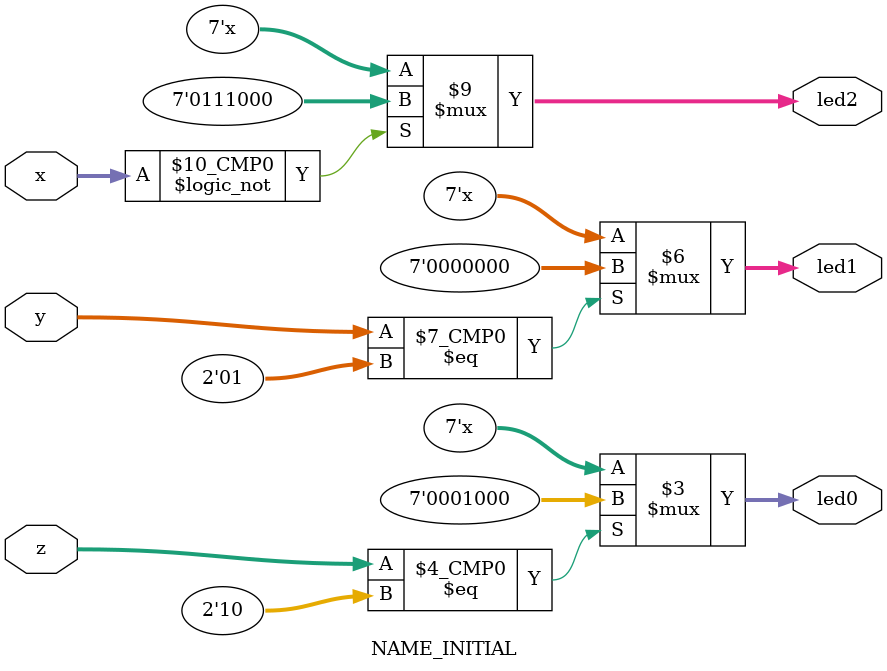
<source format=v>
module NAME_INITIAL (x,y,z,led0,led1,led2);

input [1:0]x,y,z;

output reg[0:6]led0,led1,led2;

always@(x or y or z)
  begin 
    case (x) // abcdefg
      0: led2= 7'b0111000;  // character F
      default: led2 = 7'bx;
    endcase

    case (y)
      1: led1 = 7'b0000000;  // character B
      default: led1=7'bx;
    endcase
    
    case (z)
      2: led0 = 7'b0001000;  // character A
      default: led0=7'bx;
    endcase
  end
  
endmodule
</source>
